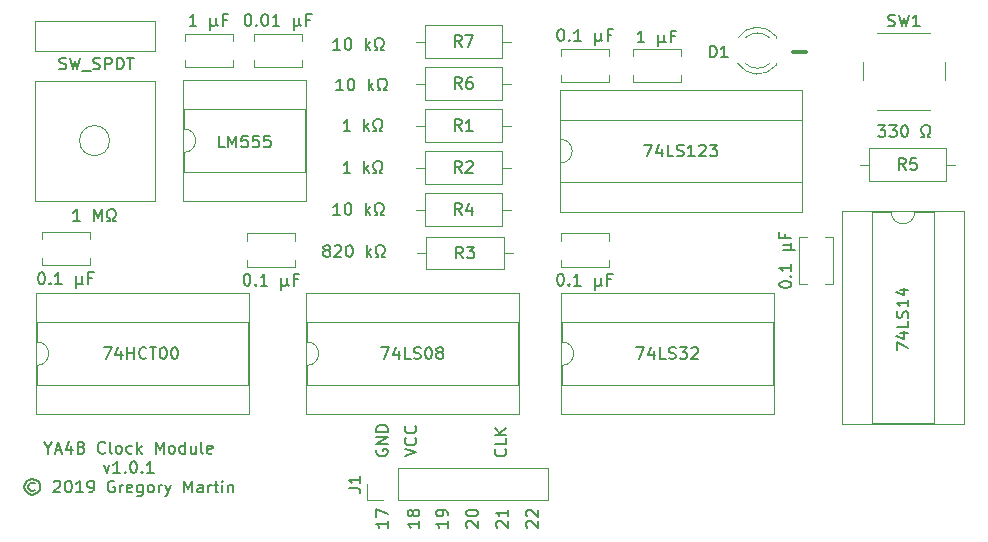
<source format=gbr>
G04 #@! TF.GenerationSoftware,KiCad,Pcbnew,(5.1.4-0-10_14)*
G04 #@! TF.CreationDate,2019-12-21T14:54:42-08:00*
G04 #@! TF.ProjectId,slow-clock,736c6f77-2d63-46c6-9f63-6b2e6b696361,rev?*
G04 #@! TF.SameCoordinates,Original*
G04 #@! TF.FileFunction,Legend,Top*
G04 #@! TF.FilePolarity,Positive*
%FSLAX46Y46*%
G04 Gerber Fmt 4.6, Leading zero omitted, Abs format (unit mm)*
G04 Created by KiCad (PCBNEW (5.1.4-0-10_14)) date 2019-12-21 14:54:42*
%MOMM*%
%LPD*%
G04 APERTURE LIST*
%ADD10C,0.150000*%
%ADD11C,0.300000*%
%ADD12C,0.120000*%
G04 APERTURE END LIST*
D10*
X66270142Y-63968238D02*
X66317761Y-64015857D01*
X66365380Y-64158714D01*
X66365380Y-64253952D01*
X66317761Y-64396809D01*
X66222523Y-64492047D01*
X66127285Y-64539666D01*
X65936809Y-64587285D01*
X65793952Y-64587285D01*
X65603476Y-64539666D01*
X65508238Y-64492047D01*
X65413000Y-64396809D01*
X65365380Y-64253952D01*
X65365380Y-64158714D01*
X65413000Y-64015857D01*
X65460619Y-63968238D01*
X66365380Y-63063476D02*
X66365380Y-63539666D01*
X65365380Y-63539666D01*
X66365380Y-62730142D02*
X65365380Y-62730142D01*
X66365380Y-62158714D02*
X65793952Y-62587285D01*
X65365380Y-62158714D02*
X65936809Y-62730142D01*
X57745380Y-64579333D02*
X58745380Y-64246000D01*
X57745380Y-63912666D01*
X58650142Y-63007904D02*
X58697761Y-63055523D01*
X58745380Y-63198380D01*
X58745380Y-63293619D01*
X58697761Y-63436476D01*
X58602523Y-63531714D01*
X58507285Y-63579333D01*
X58316809Y-63626952D01*
X58173952Y-63626952D01*
X57983476Y-63579333D01*
X57888238Y-63531714D01*
X57793000Y-63436476D01*
X57745380Y-63293619D01*
X57745380Y-63198380D01*
X57793000Y-63055523D01*
X57840619Y-63007904D01*
X58650142Y-62007904D02*
X58697761Y-62055523D01*
X58745380Y-62198380D01*
X58745380Y-62293619D01*
X58697761Y-62436476D01*
X58602523Y-62531714D01*
X58507285Y-62579333D01*
X58316809Y-62626952D01*
X58173952Y-62626952D01*
X57983476Y-62579333D01*
X57888238Y-62531714D01*
X57793000Y-62436476D01*
X57745380Y-62293619D01*
X57745380Y-62198380D01*
X57793000Y-62055523D01*
X57840619Y-62007904D01*
X68127619Y-70611904D02*
X68080000Y-70564285D01*
X68032380Y-70469047D01*
X68032380Y-70230952D01*
X68080000Y-70135714D01*
X68127619Y-70088095D01*
X68222857Y-70040476D01*
X68318095Y-70040476D01*
X68460952Y-70088095D01*
X69032380Y-70659523D01*
X69032380Y-70040476D01*
X68127619Y-69659523D02*
X68080000Y-69611904D01*
X68032380Y-69516666D01*
X68032380Y-69278571D01*
X68080000Y-69183333D01*
X68127619Y-69135714D01*
X68222857Y-69088095D01*
X68318095Y-69088095D01*
X68460952Y-69135714D01*
X69032380Y-69707142D01*
X69032380Y-69088095D01*
X65587619Y-70611904D02*
X65540000Y-70564285D01*
X65492380Y-70469047D01*
X65492380Y-70230952D01*
X65540000Y-70135714D01*
X65587619Y-70088095D01*
X65682857Y-70040476D01*
X65778095Y-70040476D01*
X65920952Y-70088095D01*
X66492380Y-70659523D01*
X66492380Y-70040476D01*
X66492380Y-69088095D02*
X66492380Y-69659523D01*
X66492380Y-69373809D02*
X65492380Y-69373809D01*
X65635238Y-69469047D01*
X65730476Y-69564285D01*
X65778095Y-69659523D01*
X63047619Y-70611904D02*
X63000000Y-70564285D01*
X62952380Y-70469047D01*
X62952380Y-70230952D01*
X63000000Y-70135714D01*
X63047619Y-70088095D01*
X63142857Y-70040476D01*
X63238095Y-70040476D01*
X63380952Y-70088095D01*
X63952380Y-70659523D01*
X63952380Y-70040476D01*
X62952380Y-69421428D02*
X62952380Y-69326190D01*
X63000000Y-69230952D01*
X63047619Y-69183333D01*
X63142857Y-69135714D01*
X63333333Y-69088095D01*
X63571428Y-69088095D01*
X63761904Y-69135714D01*
X63857142Y-69183333D01*
X63904761Y-69230952D01*
X63952380Y-69326190D01*
X63952380Y-69421428D01*
X63904761Y-69516666D01*
X63857142Y-69564285D01*
X63761904Y-69611904D01*
X63571428Y-69659523D01*
X63333333Y-69659523D01*
X63142857Y-69611904D01*
X63047619Y-69564285D01*
X63000000Y-69516666D01*
X62952380Y-69421428D01*
X61412380Y-70040476D02*
X61412380Y-70611904D01*
X61412380Y-70326190D02*
X60412380Y-70326190D01*
X60555238Y-70421428D01*
X60650476Y-70516666D01*
X60698095Y-70611904D01*
X61412380Y-69564285D02*
X61412380Y-69373809D01*
X61364761Y-69278571D01*
X61317142Y-69230952D01*
X61174285Y-69135714D01*
X60983809Y-69088095D01*
X60602857Y-69088095D01*
X60507619Y-69135714D01*
X60460000Y-69183333D01*
X60412380Y-69278571D01*
X60412380Y-69469047D01*
X60460000Y-69564285D01*
X60507619Y-69611904D01*
X60602857Y-69659523D01*
X60840952Y-69659523D01*
X60936190Y-69611904D01*
X60983809Y-69564285D01*
X61031428Y-69469047D01*
X61031428Y-69278571D01*
X60983809Y-69183333D01*
X60936190Y-69135714D01*
X60840952Y-69088095D01*
X58999380Y-70040476D02*
X58999380Y-70611904D01*
X58999380Y-70326190D02*
X57999380Y-70326190D01*
X58142238Y-70421428D01*
X58237476Y-70516666D01*
X58285095Y-70611904D01*
X58427952Y-69469047D02*
X58380333Y-69564285D01*
X58332714Y-69611904D01*
X58237476Y-69659523D01*
X58189857Y-69659523D01*
X58094619Y-69611904D01*
X58047000Y-69564285D01*
X57999380Y-69469047D01*
X57999380Y-69278571D01*
X58047000Y-69183333D01*
X58094619Y-69135714D01*
X58189857Y-69088095D01*
X58237476Y-69088095D01*
X58332714Y-69135714D01*
X58380333Y-69183333D01*
X58427952Y-69278571D01*
X58427952Y-69469047D01*
X58475571Y-69564285D01*
X58523190Y-69611904D01*
X58618428Y-69659523D01*
X58808904Y-69659523D01*
X58904142Y-69611904D01*
X58951761Y-69564285D01*
X58999380Y-69469047D01*
X58999380Y-69278571D01*
X58951761Y-69183333D01*
X58904142Y-69135714D01*
X58808904Y-69088095D01*
X58618428Y-69088095D01*
X58523190Y-69135714D01*
X58475571Y-69183333D01*
X58427952Y-69278571D01*
X56332380Y-70040476D02*
X56332380Y-70611904D01*
X56332380Y-70326190D02*
X55332380Y-70326190D01*
X55475238Y-70421428D01*
X55570476Y-70516666D01*
X55618095Y-70611904D01*
X55332380Y-69707142D02*
X55332380Y-69040476D01*
X56332380Y-69469047D01*
X55380000Y-64007904D02*
X55332380Y-64103142D01*
X55332380Y-64246000D01*
X55380000Y-64388857D01*
X55475238Y-64484095D01*
X55570476Y-64531714D01*
X55760952Y-64579333D01*
X55903809Y-64579333D01*
X56094285Y-64531714D01*
X56189523Y-64484095D01*
X56284761Y-64388857D01*
X56332380Y-64246000D01*
X56332380Y-64150761D01*
X56284761Y-64007904D01*
X56237142Y-63960285D01*
X55903809Y-63960285D01*
X55903809Y-64150761D01*
X56332380Y-63531714D02*
X55332380Y-63531714D01*
X56332380Y-62960285D01*
X55332380Y-62960285D01*
X56332380Y-62484095D02*
X55332380Y-62484095D01*
X55332380Y-62246000D01*
X55380000Y-62103142D01*
X55475238Y-62007904D01*
X55570476Y-61960285D01*
X55760952Y-61912666D01*
X55903809Y-61912666D01*
X56094285Y-61960285D01*
X56189523Y-62007904D01*
X56284761Y-62103142D01*
X56332380Y-62246000D01*
X56332380Y-62484095D01*
X27583666Y-63858190D02*
X27583666Y-64334380D01*
X27250333Y-63334380D02*
X27583666Y-63858190D01*
X27917000Y-63334380D01*
X28202714Y-64048666D02*
X28678904Y-64048666D01*
X28107476Y-64334380D02*
X28440809Y-63334380D01*
X28774142Y-64334380D01*
X29536047Y-63667714D02*
X29536047Y-64334380D01*
X29297952Y-63286761D02*
X29059857Y-64001047D01*
X29678904Y-64001047D01*
X30393190Y-63810571D02*
X30536047Y-63858190D01*
X30583666Y-63905809D01*
X30631285Y-64001047D01*
X30631285Y-64143904D01*
X30583666Y-64239142D01*
X30536047Y-64286761D01*
X30440809Y-64334380D01*
X30059857Y-64334380D01*
X30059857Y-63334380D01*
X30393190Y-63334380D01*
X30488428Y-63382000D01*
X30536047Y-63429619D01*
X30583666Y-63524857D01*
X30583666Y-63620095D01*
X30536047Y-63715333D01*
X30488428Y-63762952D01*
X30393190Y-63810571D01*
X30059857Y-63810571D01*
X32393190Y-64239142D02*
X32345571Y-64286761D01*
X32202714Y-64334380D01*
X32107476Y-64334380D01*
X31964619Y-64286761D01*
X31869380Y-64191523D01*
X31821761Y-64096285D01*
X31774142Y-63905809D01*
X31774142Y-63762952D01*
X31821761Y-63572476D01*
X31869380Y-63477238D01*
X31964619Y-63382000D01*
X32107476Y-63334380D01*
X32202714Y-63334380D01*
X32345571Y-63382000D01*
X32393190Y-63429619D01*
X32964619Y-64334380D02*
X32869380Y-64286761D01*
X32821761Y-64191523D01*
X32821761Y-63334380D01*
X33488428Y-64334380D02*
X33393190Y-64286761D01*
X33345571Y-64239142D01*
X33297952Y-64143904D01*
X33297952Y-63858190D01*
X33345571Y-63762952D01*
X33393190Y-63715333D01*
X33488428Y-63667714D01*
X33631285Y-63667714D01*
X33726523Y-63715333D01*
X33774142Y-63762952D01*
X33821761Y-63858190D01*
X33821761Y-64143904D01*
X33774142Y-64239142D01*
X33726523Y-64286761D01*
X33631285Y-64334380D01*
X33488428Y-64334380D01*
X34678904Y-64286761D02*
X34583666Y-64334380D01*
X34393190Y-64334380D01*
X34297952Y-64286761D01*
X34250333Y-64239142D01*
X34202714Y-64143904D01*
X34202714Y-63858190D01*
X34250333Y-63762952D01*
X34297952Y-63715333D01*
X34393190Y-63667714D01*
X34583666Y-63667714D01*
X34678904Y-63715333D01*
X35107476Y-64334380D02*
X35107476Y-63334380D01*
X35202714Y-63953428D02*
X35488428Y-64334380D01*
X35488428Y-63667714D02*
X35107476Y-64048666D01*
X36678904Y-64334380D02*
X36678904Y-63334380D01*
X37012238Y-64048666D01*
X37345571Y-63334380D01*
X37345571Y-64334380D01*
X37964619Y-64334380D02*
X37869380Y-64286761D01*
X37821761Y-64239142D01*
X37774142Y-64143904D01*
X37774142Y-63858190D01*
X37821761Y-63762952D01*
X37869380Y-63715333D01*
X37964619Y-63667714D01*
X38107476Y-63667714D01*
X38202714Y-63715333D01*
X38250333Y-63762952D01*
X38297952Y-63858190D01*
X38297952Y-64143904D01*
X38250333Y-64239142D01*
X38202714Y-64286761D01*
X38107476Y-64334380D01*
X37964619Y-64334380D01*
X39155095Y-64334380D02*
X39155095Y-63334380D01*
X39155095Y-64286761D02*
X39059857Y-64334380D01*
X38869380Y-64334380D01*
X38774142Y-64286761D01*
X38726523Y-64239142D01*
X38678904Y-64143904D01*
X38678904Y-63858190D01*
X38726523Y-63762952D01*
X38774142Y-63715333D01*
X38869380Y-63667714D01*
X39059857Y-63667714D01*
X39155095Y-63715333D01*
X40059857Y-63667714D02*
X40059857Y-64334380D01*
X39631285Y-63667714D02*
X39631285Y-64191523D01*
X39678904Y-64286761D01*
X39774142Y-64334380D01*
X39917000Y-64334380D01*
X40012238Y-64286761D01*
X40059857Y-64239142D01*
X40678904Y-64334380D02*
X40583666Y-64286761D01*
X40536047Y-64191523D01*
X40536047Y-63334380D01*
X41440809Y-64286761D02*
X41345571Y-64334380D01*
X41155095Y-64334380D01*
X41059857Y-64286761D01*
X41012238Y-64191523D01*
X41012238Y-63810571D01*
X41059857Y-63715333D01*
X41155095Y-63667714D01*
X41345571Y-63667714D01*
X41440809Y-63715333D01*
X41488428Y-63810571D01*
X41488428Y-63905809D01*
X41012238Y-64001047D01*
X32274142Y-65317714D02*
X32512238Y-65984380D01*
X32750333Y-65317714D01*
X33655095Y-65984380D02*
X33083666Y-65984380D01*
X33369380Y-65984380D02*
X33369380Y-64984380D01*
X33274142Y-65127238D01*
X33178904Y-65222476D01*
X33083666Y-65270095D01*
X34083666Y-65889142D02*
X34131285Y-65936761D01*
X34083666Y-65984380D01*
X34036047Y-65936761D01*
X34083666Y-65889142D01*
X34083666Y-65984380D01*
X34750333Y-64984380D02*
X34845571Y-64984380D01*
X34940809Y-65032000D01*
X34988428Y-65079619D01*
X35036047Y-65174857D01*
X35083666Y-65365333D01*
X35083666Y-65603428D01*
X35036047Y-65793904D01*
X34988428Y-65889142D01*
X34940809Y-65936761D01*
X34845571Y-65984380D01*
X34750333Y-65984380D01*
X34655095Y-65936761D01*
X34607476Y-65889142D01*
X34559857Y-65793904D01*
X34512238Y-65603428D01*
X34512238Y-65365333D01*
X34559857Y-65174857D01*
X34607476Y-65079619D01*
X34655095Y-65032000D01*
X34750333Y-64984380D01*
X35512238Y-65889142D02*
X35559857Y-65936761D01*
X35512238Y-65984380D01*
X35464619Y-65936761D01*
X35512238Y-65889142D01*
X35512238Y-65984380D01*
X36512238Y-65984380D02*
X35940809Y-65984380D01*
X36226523Y-65984380D02*
X36226523Y-64984380D01*
X36131285Y-65127238D01*
X36036047Y-65222476D01*
X35940809Y-65270095D01*
X26417000Y-66872476D02*
X26321761Y-66824857D01*
X26131285Y-66824857D01*
X26036047Y-66872476D01*
X25940809Y-66967714D01*
X25893190Y-67062952D01*
X25893190Y-67253428D01*
X25940809Y-67348666D01*
X26036047Y-67443904D01*
X26131285Y-67491523D01*
X26321761Y-67491523D01*
X26417000Y-67443904D01*
X26226523Y-66491523D02*
X25988428Y-66539142D01*
X25750333Y-66682000D01*
X25607476Y-66920095D01*
X25559857Y-67158190D01*
X25607476Y-67396285D01*
X25750333Y-67634380D01*
X25988428Y-67777238D01*
X26226523Y-67824857D01*
X26464619Y-67777238D01*
X26702714Y-67634380D01*
X26845571Y-67396285D01*
X26893190Y-67158190D01*
X26845571Y-66920095D01*
X26702714Y-66682000D01*
X26464619Y-66539142D01*
X26226523Y-66491523D01*
X28036047Y-66729619D02*
X28083666Y-66682000D01*
X28178904Y-66634380D01*
X28417000Y-66634380D01*
X28512238Y-66682000D01*
X28559857Y-66729619D01*
X28607476Y-66824857D01*
X28607476Y-66920095D01*
X28559857Y-67062952D01*
X27988428Y-67634380D01*
X28607476Y-67634380D01*
X29226523Y-66634380D02*
X29321761Y-66634380D01*
X29417000Y-66682000D01*
X29464619Y-66729619D01*
X29512238Y-66824857D01*
X29559857Y-67015333D01*
X29559857Y-67253428D01*
X29512238Y-67443904D01*
X29464619Y-67539142D01*
X29417000Y-67586761D01*
X29321761Y-67634380D01*
X29226523Y-67634380D01*
X29131285Y-67586761D01*
X29083666Y-67539142D01*
X29036047Y-67443904D01*
X28988428Y-67253428D01*
X28988428Y-67015333D01*
X29036047Y-66824857D01*
X29083666Y-66729619D01*
X29131285Y-66682000D01*
X29226523Y-66634380D01*
X30512238Y-67634380D02*
X29940809Y-67634380D01*
X30226523Y-67634380D02*
X30226523Y-66634380D01*
X30131285Y-66777238D01*
X30036047Y-66872476D01*
X29940809Y-66920095D01*
X30988428Y-67634380D02*
X31178904Y-67634380D01*
X31274142Y-67586761D01*
X31321761Y-67539142D01*
X31417000Y-67396285D01*
X31464619Y-67205809D01*
X31464619Y-66824857D01*
X31417000Y-66729619D01*
X31369380Y-66682000D01*
X31274142Y-66634380D01*
X31083666Y-66634380D01*
X30988428Y-66682000D01*
X30940809Y-66729619D01*
X30893190Y-66824857D01*
X30893190Y-67062952D01*
X30940809Y-67158190D01*
X30988428Y-67205809D01*
X31083666Y-67253428D01*
X31274142Y-67253428D01*
X31369380Y-67205809D01*
X31417000Y-67158190D01*
X31464619Y-67062952D01*
X33178904Y-66682000D02*
X33083666Y-66634380D01*
X32940809Y-66634380D01*
X32797952Y-66682000D01*
X32702714Y-66777238D01*
X32655095Y-66872476D01*
X32607476Y-67062952D01*
X32607476Y-67205809D01*
X32655095Y-67396285D01*
X32702714Y-67491523D01*
X32797952Y-67586761D01*
X32940809Y-67634380D01*
X33036047Y-67634380D01*
X33178904Y-67586761D01*
X33226523Y-67539142D01*
X33226523Y-67205809D01*
X33036047Y-67205809D01*
X33655095Y-67634380D02*
X33655095Y-66967714D01*
X33655095Y-67158190D02*
X33702714Y-67062952D01*
X33750333Y-67015333D01*
X33845571Y-66967714D01*
X33940809Y-66967714D01*
X34655095Y-67586761D02*
X34559857Y-67634380D01*
X34369380Y-67634380D01*
X34274142Y-67586761D01*
X34226523Y-67491523D01*
X34226523Y-67110571D01*
X34274142Y-67015333D01*
X34369380Y-66967714D01*
X34559857Y-66967714D01*
X34655095Y-67015333D01*
X34702714Y-67110571D01*
X34702714Y-67205809D01*
X34226523Y-67301047D01*
X35559857Y-66967714D02*
X35559857Y-67777238D01*
X35512238Y-67872476D01*
X35464619Y-67920095D01*
X35369380Y-67967714D01*
X35226523Y-67967714D01*
X35131285Y-67920095D01*
X35559857Y-67586761D02*
X35464619Y-67634380D01*
X35274142Y-67634380D01*
X35178904Y-67586761D01*
X35131285Y-67539142D01*
X35083666Y-67443904D01*
X35083666Y-67158190D01*
X35131285Y-67062952D01*
X35178904Y-67015333D01*
X35274142Y-66967714D01*
X35464619Y-66967714D01*
X35559857Y-67015333D01*
X36178904Y-67634380D02*
X36083666Y-67586761D01*
X36036047Y-67539142D01*
X35988428Y-67443904D01*
X35988428Y-67158190D01*
X36036047Y-67062952D01*
X36083666Y-67015333D01*
X36178904Y-66967714D01*
X36321761Y-66967714D01*
X36417000Y-67015333D01*
X36464619Y-67062952D01*
X36512238Y-67158190D01*
X36512238Y-67443904D01*
X36464619Y-67539142D01*
X36417000Y-67586761D01*
X36321761Y-67634380D01*
X36178904Y-67634380D01*
X36940809Y-67634380D02*
X36940809Y-66967714D01*
X36940809Y-67158190D02*
X36988428Y-67062952D01*
X37036047Y-67015333D01*
X37131285Y-66967714D01*
X37226523Y-66967714D01*
X37464619Y-66967714D02*
X37702714Y-67634380D01*
X37940809Y-66967714D02*
X37702714Y-67634380D01*
X37607476Y-67872476D01*
X37559857Y-67920095D01*
X37464619Y-67967714D01*
X39083666Y-67634380D02*
X39083666Y-66634380D01*
X39417000Y-67348666D01*
X39750333Y-66634380D01*
X39750333Y-67634380D01*
X40655095Y-67634380D02*
X40655095Y-67110571D01*
X40607476Y-67015333D01*
X40512238Y-66967714D01*
X40321761Y-66967714D01*
X40226523Y-67015333D01*
X40655095Y-67586761D02*
X40559857Y-67634380D01*
X40321761Y-67634380D01*
X40226523Y-67586761D01*
X40178904Y-67491523D01*
X40178904Y-67396285D01*
X40226523Y-67301047D01*
X40321761Y-67253428D01*
X40559857Y-67253428D01*
X40655095Y-67205809D01*
X41131285Y-67634380D02*
X41131285Y-66967714D01*
X41131285Y-67158190D02*
X41178904Y-67062952D01*
X41226523Y-67015333D01*
X41321761Y-66967714D01*
X41417000Y-66967714D01*
X41607476Y-66967714D02*
X41988428Y-66967714D01*
X41750333Y-66634380D02*
X41750333Y-67491523D01*
X41797952Y-67586761D01*
X41893190Y-67634380D01*
X41988428Y-67634380D01*
X42321761Y-67634380D02*
X42321761Y-66967714D01*
X42321761Y-66634380D02*
X42274142Y-66682000D01*
X42321761Y-66729619D01*
X42369380Y-66682000D01*
X42321761Y-66634380D01*
X42321761Y-66729619D01*
X42797952Y-66967714D02*
X42797952Y-67634380D01*
X42797952Y-67062952D02*
X42845571Y-67015333D01*
X42940809Y-66967714D01*
X43083666Y-66967714D01*
X43178904Y-67015333D01*
X43226523Y-67110571D01*
X43226523Y-67634380D01*
D11*
X90614571Y-30333142D02*
X91757428Y-30333142D01*
D12*
X32766000Y-37846000D02*
G75*
G03X32766000Y-37846000I-1270000J0D01*
G01*
X26416000Y-32766000D02*
X26416000Y-42926000D01*
X36576000Y-32766000D02*
X26416000Y-32766000D01*
X36576000Y-42926000D02*
X36576000Y-32766000D01*
X26416000Y-42926000D02*
X36576000Y-42926000D01*
X26416000Y-30226000D02*
X26416000Y-27686000D01*
X36576000Y-30226000D02*
X26416000Y-30226000D01*
X36576000Y-27686000D02*
X36576000Y-30226000D01*
X26416000Y-27686000D02*
X36576000Y-27686000D01*
X58698000Y-29464000D02*
X59468000Y-29464000D01*
X66778000Y-29464000D02*
X66008000Y-29464000D01*
X59468000Y-30834000D02*
X66008000Y-30834000D01*
X59468000Y-28094000D02*
X59468000Y-30834000D01*
X66008000Y-28094000D02*
X59468000Y-28094000D01*
X66008000Y-30834000D02*
X66008000Y-28094000D01*
X58698000Y-33020000D02*
X59468000Y-33020000D01*
X66778000Y-33020000D02*
X66008000Y-33020000D01*
X59468000Y-34390000D02*
X66008000Y-34390000D01*
X59468000Y-31650000D02*
X59468000Y-34390000D01*
X66008000Y-31650000D02*
X59468000Y-31650000D01*
X66008000Y-34390000D02*
X66008000Y-31650000D01*
X104370000Y-39878000D02*
X103600000Y-39878000D01*
X96290000Y-39878000D02*
X97060000Y-39878000D01*
X103600000Y-38508000D02*
X97060000Y-38508000D01*
X103600000Y-41248000D02*
X103600000Y-38508000D01*
X97060000Y-41248000D02*
X103600000Y-41248000D01*
X97060000Y-38508000D02*
X97060000Y-41248000D01*
X66778000Y-43688000D02*
X66008000Y-43688000D01*
X58698000Y-43688000D02*
X59468000Y-43688000D01*
X66008000Y-42318000D02*
X59468000Y-42318000D01*
X66008000Y-45058000D02*
X66008000Y-42318000D01*
X59468000Y-45058000D02*
X66008000Y-45058000D01*
X59468000Y-42318000D02*
X59468000Y-45058000D01*
X58825000Y-47371000D02*
X59595000Y-47371000D01*
X66905000Y-47371000D02*
X66135000Y-47371000D01*
X59595000Y-48741000D02*
X66135000Y-48741000D01*
X59595000Y-46001000D02*
X59595000Y-48741000D01*
X66135000Y-46001000D02*
X59595000Y-46001000D01*
X66135000Y-48741000D02*
X66135000Y-46001000D01*
X66778000Y-40132000D02*
X66008000Y-40132000D01*
X58698000Y-40132000D02*
X59468000Y-40132000D01*
X66008000Y-38762000D02*
X59468000Y-38762000D01*
X66008000Y-41502000D02*
X66008000Y-38762000D01*
X59468000Y-41502000D02*
X66008000Y-41502000D01*
X59468000Y-38762000D02*
X59468000Y-41502000D01*
X58698000Y-36576000D02*
X59468000Y-36576000D01*
X66778000Y-36576000D02*
X66008000Y-36576000D01*
X59468000Y-37946000D02*
X66008000Y-37946000D01*
X59468000Y-35206000D02*
X59468000Y-37946000D01*
X66008000Y-35206000D02*
X59468000Y-35206000D01*
X66008000Y-37946000D02*
X66008000Y-35206000D01*
X44990000Y-29431000D02*
X44990000Y-28806000D01*
X44990000Y-31646000D02*
X44990000Y-31021000D01*
X49030000Y-29431000D02*
X49030000Y-28806000D01*
X49030000Y-31646000D02*
X49030000Y-31021000D01*
X49030000Y-28806000D02*
X44990000Y-28806000D01*
X49030000Y-31646000D02*
X44990000Y-31646000D01*
X43188000Y-31646000D02*
X39148000Y-31646000D01*
X43188000Y-28806000D02*
X39148000Y-28806000D01*
X43188000Y-31646000D02*
X43188000Y-31021000D01*
X43188000Y-29431000D02*
X43188000Y-28806000D01*
X39148000Y-31646000D02*
X39148000Y-31021000D01*
X39148000Y-29431000D02*
X39148000Y-28806000D01*
X77081000Y-30076000D02*
X81121000Y-30076000D01*
X77081000Y-32916000D02*
X81121000Y-32916000D01*
X77081000Y-30076000D02*
X77081000Y-30701000D01*
X77081000Y-32291000D02*
X77081000Y-32916000D01*
X81121000Y-30076000D02*
X81121000Y-30701000D01*
X81121000Y-32291000D02*
X81121000Y-32916000D01*
X48482000Y-47912000D02*
X48482000Y-48537000D01*
X48482000Y-45697000D02*
X48482000Y-46322000D01*
X44442000Y-47912000D02*
X44442000Y-48537000D01*
X44442000Y-45697000D02*
X44442000Y-46322000D01*
X44442000Y-48537000D02*
X48482000Y-48537000D01*
X44442000Y-45697000D02*
X48482000Y-45697000D01*
X70985000Y-30076000D02*
X75025000Y-30076000D01*
X70985000Y-32916000D02*
X75025000Y-32916000D01*
X70985000Y-30076000D02*
X70985000Y-30701000D01*
X70985000Y-32291000D02*
X70985000Y-32916000D01*
X75025000Y-30076000D02*
X75025000Y-30701000D01*
X75025000Y-32291000D02*
X75025000Y-32916000D01*
X75025000Y-47912000D02*
X75025000Y-48537000D01*
X75025000Y-45697000D02*
X75025000Y-46322000D01*
X70985000Y-47912000D02*
X70985000Y-48537000D01*
X70985000Y-45697000D02*
X70985000Y-46322000D01*
X70985000Y-48537000D02*
X75025000Y-48537000D01*
X70985000Y-45697000D02*
X75025000Y-45697000D01*
X27043000Y-45570000D02*
X31083000Y-45570000D01*
X27043000Y-48410000D02*
X31083000Y-48410000D01*
X27043000Y-45570000D02*
X27043000Y-46195000D01*
X27043000Y-47785000D02*
X27043000Y-48410000D01*
X31083000Y-45570000D02*
X31083000Y-46195000D01*
X31083000Y-47785000D02*
X31083000Y-48410000D01*
X91788000Y-50006000D02*
X91163000Y-50006000D01*
X94003000Y-50006000D02*
X93378000Y-50006000D01*
X91788000Y-45966000D02*
X91163000Y-45966000D01*
X94003000Y-45966000D02*
X93378000Y-45966000D01*
X91163000Y-45966000D02*
X91163000Y-50006000D01*
X94003000Y-45966000D02*
X94003000Y-50006000D01*
X85957665Y-31304608D02*
G75*
G03X89190000Y-31461516I1672335J1078608D01*
G01*
X85957665Y-29147392D02*
G75*
G02X89190000Y-28990484I1672335J-1078608D01*
G01*
X86588870Y-31305837D02*
G75*
G03X88670961Y-31306000I1041130J1079837D01*
G01*
X86588870Y-29146163D02*
G75*
G02X88670961Y-29146000I1041130J-1079837D01*
G01*
X89190000Y-31462000D02*
X89190000Y-31306000D01*
X89190000Y-29146000D02*
X89190000Y-28990000D01*
X69910000Y-68259000D02*
X69910000Y-65599000D01*
X57150000Y-68259000D02*
X69910000Y-68259000D01*
X57150000Y-65599000D02*
X69910000Y-65599000D01*
X57150000Y-68259000D02*
X57150000Y-65599000D01*
X55880000Y-68259000D02*
X54550000Y-68259000D01*
X54550000Y-68259000D02*
X54550000Y-66929000D01*
X97774000Y-35218000D02*
X102274000Y-35218000D01*
X96524000Y-31218000D02*
X96524000Y-32718000D01*
X102274000Y-28718000D02*
X97774000Y-28718000D01*
X103524000Y-32718000D02*
X103524000Y-31218000D01*
X39056000Y-36846000D02*
G75*
G02X39056000Y-38846000I0J-1000000D01*
G01*
X39056000Y-38846000D02*
X39056000Y-40496000D01*
X39056000Y-40496000D02*
X49336000Y-40496000D01*
X49336000Y-40496000D02*
X49336000Y-35196000D01*
X49336000Y-35196000D02*
X39056000Y-35196000D01*
X39056000Y-35196000D02*
X39056000Y-36846000D01*
X38996000Y-42986000D02*
X49396000Y-42986000D01*
X49396000Y-42986000D02*
X49396000Y-32706000D01*
X49396000Y-32706000D02*
X38996000Y-32706000D01*
X38996000Y-32706000D02*
X38996000Y-42986000D01*
X100949000Y-43882000D02*
G75*
G02X98949000Y-43882000I-1000000J0D01*
G01*
X98949000Y-43882000D02*
X97299000Y-43882000D01*
X97299000Y-43882000D02*
X97299000Y-61782000D01*
X97299000Y-61782000D02*
X102599000Y-61782000D01*
X102599000Y-61782000D02*
X102599000Y-43882000D01*
X102599000Y-43882000D02*
X100949000Y-43882000D01*
X94809000Y-43822000D02*
X94809000Y-61842000D01*
X94809000Y-61842000D02*
X105089000Y-61842000D01*
X105089000Y-61842000D02*
X105089000Y-43822000D01*
X105089000Y-43822000D02*
X94809000Y-43822000D01*
X49410000Y-50740000D02*
X49410000Y-61020000D01*
X67430000Y-50740000D02*
X49410000Y-50740000D01*
X67430000Y-61020000D02*
X67430000Y-50740000D01*
X49410000Y-61020000D02*
X67430000Y-61020000D01*
X49470000Y-53230000D02*
X49470000Y-54880000D01*
X67370000Y-53230000D02*
X49470000Y-53230000D01*
X67370000Y-58530000D02*
X67370000Y-53230000D01*
X49470000Y-58530000D02*
X67370000Y-58530000D01*
X49470000Y-56880000D02*
X49470000Y-58530000D01*
X49470000Y-54880000D02*
G75*
G02X49470000Y-56880000I0J-1000000D01*
G01*
X70933000Y-37735000D02*
G75*
G02X70933000Y-39735000I0J-1000000D01*
G01*
X70933000Y-39735000D02*
X70933000Y-41385000D01*
X70933000Y-41385000D02*
X91373000Y-41385000D01*
X91373000Y-41385000D02*
X91373000Y-36085000D01*
X91373000Y-36085000D02*
X70933000Y-36085000D01*
X70933000Y-36085000D02*
X70933000Y-37735000D01*
X70873000Y-43875000D02*
X91433000Y-43875000D01*
X91433000Y-43875000D02*
X91433000Y-33595000D01*
X91433000Y-33595000D02*
X70873000Y-33595000D01*
X70873000Y-33595000D02*
X70873000Y-43875000D01*
X26610000Y-54880000D02*
G75*
G02X26610000Y-56880000I0J-1000000D01*
G01*
X26610000Y-56880000D02*
X26610000Y-58530000D01*
X26610000Y-58530000D02*
X44510000Y-58530000D01*
X44510000Y-58530000D02*
X44510000Y-53230000D01*
X44510000Y-53230000D02*
X26610000Y-53230000D01*
X26610000Y-53230000D02*
X26610000Y-54880000D01*
X26550000Y-61020000D02*
X44570000Y-61020000D01*
X44570000Y-61020000D02*
X44570000Y-50740000D01*
X44570000Y-50740000D02*
X26550000Y-50740000D01*
X26550000Y-50740000D02*
X26550000Y-61020000D01*
X71000000Y-50740000D02*
X71000000Y-61020000D01*
X89020000Y-50740000D02*
X71000000Y-50740000D01*
X89020000Y-61020000D02*
X89020000Y-50740000D01*
X71000000Y-61020000D02*
X89020000Y-61020000D01*
X71060000Y-53230000D02*
X71060000Y-54880000D01*
X88960000Y-53230000D02*
X71060000Y-53230000D01*
X88960000Y-58530000D02*
X88960000Y-53230000D01*
X71060000Y-58530000D02*
X88960000Y-58530000D01*
X71060000Y-56880000D02*
X71060000Y-58530000D01*
X71060000Y-54880000D02*
G75*
G02X71060000Y-56880000I0J-1000000D01*
G01*
D10*
X30257904Y-44648380D02*
X29686476Y-44648380D01*
X29972190Y-44648380D02*
X29972190Y-43648380D01*
X29876952Y-43791238D01*
X29781714Y-43886476D01*
X29686476Y-43934095D01*
X31448380Y-44648380D02*
X31448380Y-43648380D01*
X31781714Y-44362666D01*
X32115047Y-43648380D01*
X32115047Y-44648380D01*
X32543619Y-44648380D02*
X32781714Y-44648380D01*
X32781714Y-44457904D01*
X32686476Y-44410285D01*
X32591238Y-44315047D01*
X32543619Y-44172190D01*
X32543619Y-43934095D01*
X32591238Y-43791238D01*
X32686476Y-43696000D01*
X32829333Y-43648380D01*
X33019809Y-43648380D01*
X33162666Y-43696000D01*
X33257904Y-43791238D01*
X33305523Y-43934095D01*
X33305523Y-44172190D01*
X33257904Y-44315047D01*
X33162666Y-44410285D01*
X33067428Y-44457904D01*
X33067428Y-44648380D01*
X33305523Y-44648380D01*
X28527761Y-31773761D02*
X28670619Y-31821380D01*
X28908714Y-31821380D01*
X29003952Y-31773761D01*
X29051571Y-31726142D01*
X29099190Y-31630904D01*
X29099190Y-31535666D01*
X29051571Y-31440428D01*
X29003952Y-31392809D01*
X28908714Y-31345190D01*
X28718238Y-31297571D01*
X28623000Y-31249952D01*
X28575380Y-31202333D01*
X28527761Y-31107095D01*
X28527761Y-31011857D01*
X28575380Y-30916619D01*
X28623000Y-30869000D01*
X28718238Y-30821380D01*
X28956333Y-30821380D01*
X29099190Y-30869000D01*
X29432523Y-30821380D02*
X29670619Y-31821380D01*
X29861095Y-31107095D01*
X30051571Y-31821380D01*
X30289666Y-30821380D01*
X30432523Y-31916619D02*
X31194428Y-31916619D01*
X31384904Y-31773761D02*
X31527761Y-31821380D01*
X31765857Y-31821380D01*
X31861095Y-31773761D01*
X31908714Y-31726142D01*
X31956333Y-31630904D01*
X31956333Y-31535666D01*
X31908714Y-31440428D01*
X31861095Y-31392809D01*
X31765857Y-31345190D01*
X31575380Y-31297571D01*
X31480142Y-31249952D01*
X31432523Y-31202333D01*
X31384904Y-31107095D01*
X31384904Y-31011857D01*
X31432523Y-30916619D01*
X31480142Y-30869000D01*
X31575380Y-30821380D01*
X31813476Y-30821380D01*
X31956333Y-30869000D01*
X32384904Y-31821380D02*
X32384904Y-30821380D01*
X32765857Y-30821380D01*
X32861095Y-30869000D01*
X32908714Y-30916619D01*
X32956333Y-31011857D01*
X32956333Y-31154714D01*
X32908714Y-31249952D01*
X32861095Y-31297571D01*
X32765857Y-31345190D01*
X32384904Y-31345190D01*
X33384904Y-31821380D02*
X33384904Y-30821380D01*
X33623000Y-30821380D01*
X33765857Y-30869000D01*
X33861095Y-30964238D01*
X33908714Y-31059476D01*
X33956333Y-31249952D01*
X33956333Y-31392809D01*
X33908714Y-31583285D01*
X33861095Y-31678523D01*
X33765857Y-31773761D01*
X33623000Y-31821380D01*
X33384904Y-31821380D01*
X34242047Y-30821380D02*
X34813476Y-30821380D01*
X34527761Y-31821380D02*
X34527761Y-30821380D01*
X52300380Y-30170380D02*
X51728952Y-30170380D01*
X52014666Y-30170380D02*
X52014666Y-29170380D01*
X51919428Y-29313238D01*
X51824190Y-29408476D01*
X51728952Y-29456095D01*
X52919428Y-29170380D02*
X53014666Y-29170380D01*
X53109904Y-29218000D01*
X53157523Y-29265619D01*
X53205142Y-29360857D01*
X53252761Y-29551333D01*
X53252761Y-29789428D01*
X53205142Y-29979904D01*
X53157523Y-30075142D01*
X53109904Y-30122761D01*
X53014666Y-30170380D01*
X52919428Y-30170380D01*
X52824190Y-30122761D01*
X52776571Y-30075142D01*
X52728952Y-29979904D01*
X52681333Y-29789428D01*
X52681333Y-29551333D01*
X52728952Y-29360857D01*
X52776571Y-29265619D01*
X52824190Y-29218000D01*
X52919428Y-29170380D01*
X54443238Y-30170380D02*
X54443238Y-29170380D01*
X54538476Y-29789428D02*
X54824190Y-30170380D01*
X54824190Y-29503714D02*
X54443238Y-29884666D01*
X55205142Y-30170380D02*
X55443238Y-30170380D01*
X55443238Y-29979904D01*
X55348000Y-29932285D01*
X55252761Y-29837047D01*
X55205142Y-29694190D01*
X55205142Y-29456095D01*
X55252761Y-29313238D01*
X55348000Y-29218000D01*
X55490857Y-29170380D01*
X55681333Y-29170380D01*
X55824190Y-29218000D01*
X55919428Y-29313238D01*
X55967047Y-29456095D01*
X55967047Y-29694190D01*
X55919428Y-29837047D01*
X55824190Y-29932285D01*
X55728952Y-29979904D01*
X55728952Y-30170380D01*
X55967047Y-30170380D01*
X62571333Y-29916380D02*
X62238000Y-29440190D01*
X61999904Y-29916380D02*
X61999904Y-28916380D01*
X62380857Y-28916380D01*
X62476095Y-28964000D01*
X62523714Y-29011619D01*
X62571333Y-29106857D01*
X62571333Y-29249714D01*
X62523714Y-29344952D01*
X62476095Y-29392571D01*
X62380857Y-29440190D01*
X61999904Y-29440190D01*
X62904666Y-28916380D02*
X63571333Y-28916380D01*
X63142761Y-29916380D01*
X52554380Y-33599380D02*
X51982952Y-33599380D01*
X52268666Y-33599380D02*
X52268666Y-32599380D01*
X52173428Y-32742238D01*
X52078190Y-32837476D01*
X51982952Y-32885095D01*
X53173428Y-32599380D02*
X53268666Y-32599380D01*
X53363904Y-32647000D01*
X53411523Y-32694619D01*
X53459142Y-32789857D01*
X53506761Y-32980333D01*
X53506761Y-33218428D01*
X53459142Y-33408904D01*
X53411523Y-33504142D01*
X53363904Y-33551761D01*
X53268666Y-33599380D01*
X53173428Y-33599380D01*
X53078190Y-33551761D01*
X53030571Y-33504142D01*
X52982952Y-33408904D01*
X52935333Y-33218428D01*
X52935333Y-32980333D01*
X52982952Y-32789857D01*
X53030571Y-32694619D01*
X53078190Y-32647000D01*
X53173428Y-32599380D01*
X54697238Y-33599380D02*
X54697238Y-32599380D01*
X54792476Y-33218428D02*
X55078190Y-33599380D01*
X55078190Y-32932714D02*
X54697238Y-33313666D01*
X55459142Y-33599380D02*
X55697238Y-33599380D01*
X55697238Y-33408904D01*
X55602000Y-33361285D01*
X55506761Y-33266047D01*
X55459142Y-33123190D01*
X55459142Y-32885095D01*
X55506761Y-32742238D01*
X55602000Y-32647000D01*
X55744857Y-32599380D01*
X55935333Y-32599380D01*
X56078190Y-32647000D01*
X56173428Y-32742238D01*
X56221047Y-32885095D01*
X56221047Y-33123190D01*
X56173428Y-33266047D01*
X56078190Y-33361285D01*
X55982952Y-33408904D01*
X55982952Y-33599380D01*
X56221047Y-33599380D01*
X62571333Y-33472380D02*
X62238000Y-32996190D01*
X61999904Y-33472380D02*
X61999904Y-32472380D01*
X62380857Y-32472380D01*
X62476095Y-32520000D01*
X62523714Y-32567619D01*
X62571333Y-32662857D01*
X62571333Y-32805714D01*
X62523714Y-32900952D01*
X62476095Y-32948571D01*
X62380857Y-32996190D01*
X61999904Y-32996190D01*
X63428476Y-32472380D02*
X63238000Y-32472380D01*
X63142761Y-32520000D01*
X63095142Y-32567619D01*
X62999904Y-32710476D01*
X62952285Y-32900952D01*
X62952285Y-33281904D01*
X62999904Y-33377142D01*
X63047523Y-33424761D01*
X63142761Y-33472380D01*
X63333238Y-33472380D01*
X63428476Y-33424761D01*
X63476095Y-33377142D01*
X63523714Y-33281904D01*
X63523714Y-33043809D01*
X63476095Y-32948571D01*
X63428476Y-32900952D01*
X63333238Y-32853333D01*
X63142761Y-32853333D01*
X63047523Y-32900952D01*
X62999904Y-32948571D01*
X62952285Y-33043809D01*
X97837904Y-36536380D02*
X98456952Y-36536380D01*
X98123619Y-36917333D01*
X98266476Y-36917333D01*
X98361714Y-36964952D01*
X98409333Y-37012571D01*
X98456952Y-37107809D01*
X98456952Y-37345904D01*
X98409333Y-37441142D01*
X98361714Y-37488761D01*
X98266476Y-37536380D01*
X97980761Y-37536380D01*
X97885523Y-37488761D01*
X97837904Y-37441142D01*
X98790285Y-36536380D02*
X99409333Y-36536380D01*
X99076000Y-36917333D01*
X99218857Y-36917333D01*
X99314095Y-36964952D01*
X99361714Y-37012571D01*
X99409333Y-37107809D01*
X99409333Y-37345904D01*
X99361714Y-37441142D01*
X99314095Y-37488761D01*
X99218857Y-37536380D01*
X98933142Y-37536380D01*
X98837904Y-37488761D01*
X98790285Y-37441142D01*
X100028380Y-36536380D02*
X100123619Y-36536380D01*
X100218857Y-36584000D01*
X100266476Y-36631619D01*
X100314095Y-36726857D01*
X100361714Y-36917333D01*
X100361714Y-37155428D01*
X100314095Y-37345904D01*
X100266476Y-37441142D01*
X100218857Y-37488761D01*
X100123619Y-37536380D01*
X100028380Y-37536380D01*
X99933142Y-37488761D01*
X99885523Y-37441142D01*
X99837904Y-37345904D01*
X99790285Y-37155428D01*
X99790285Y-36917333D01*
X99837904Y-36726857D01*
X99885523Y-36631619D01*
X99933142Y-36584000D01*
X100028380Y-36536380D01*
X101504571Y-37536380D02*
X101742666Y-37536380D01*
X101742666Y-37345904D01*
X101647428Y-37298285D01*
X101552190Y-37203047D01*
X101504571Y-37060190D01*
X101504571Y-36822095D01*
X101552190Y-36679238D01*
X101647428Y-36584000D01*
X101790285Y-36536380D01*
X101980761Y-36536380D01*
X102123619Y-36584000D01*
X102218857Y-36679238D01*
X102266476Y-36822095D01*
X102266476Y-37060190D01*
X102218857Y-37203047D01*
X102123619Y-37298285D01*
X102028380Y-37345904D01*
X102028380Y-37536380D01*
X102266476Y-37536380D01*
X100163333Y-40330380D02*
X99830000Y-39854190D01*
X99591904Y-40330380D02*
X99591904Y-39330380D01*
X99972857Y-39330380D01*
X100068095Y-39378000D01*
X100115714Y-39425619D01*
X100163333Y-39520857D01*
X100163333Y-39663714D01*
X100115714Y-39758952D01*
X100068095Y-39806571D01*
X99972857Y-39854190D01*
X99591904Y-39854190D01*
X101068095Y-39330380D02*
X100591904Y-39330380D01*
X100544285Y-39806571D01*
X100591904Y-39758952D01*
X100687142Y-39711333D01*
X100925238Y-39711333D01*
X101020476Y-39758952D01*
X101068095Y-39806571D01*
X101115714Y-39901809D01*
X101115714Y-40139904D01*
X101068095Y-40235142D01*
X101020476Y-40282761D01*
X100925238Y-40330380D01*
X100687142Y-40330380D01*
X100591904Y-40282761D01*
X100544285Y-40235142D01*
X52300380Y-44140380D02*
X51728952Y-44140380D01*
X52014666Y-44140380D02*
X52014666Y-43140380D01*
X51919428Y-43283238D01*
X51824190Y-43378476D01*
X51728952Y-43426095D01*
X52919428Y-43140380D02*
X53014666Y-43140380D01*
X53109904Y-43188000D01*
X53157523Y-43235619D01*
X53205142Y-43330857D01*
X53252761Y-43521333D01*
X53252761Y-43759428D01*
X53205142Y-43949904D01*
X53157523Y-44045142D01*
X53109904Y-44092761D01*
X53014666Y-44140380D01*
X52919428Y-44140380D01*
X52824190Y-44092761D01*
X52776571Y-44045142D01*
X52728952Y-43949904D01*
X52681333Y-43759428D01*
X52681333Y-43521333D01*
X52728952Y-43330857D01*
X52776571Y-43235619D01*
X52824190Y-43188000D01*
X52919428Y-43140380D01*
X54443238Y-44140380D02*
X54443238Y-43140380D01*
X54538476Y-43759428D02*
X54824190Y-44140380D01*
X54824190Y-43473714D02*
X54443238Y-43854666D01*
X55205142Y-44140380D02*
X55443238Y-44140380D01*
X55443238Y-43949904D01*
X55348000Y-43902285D01*
X55252761Y-43807047D01*
X55205142Y-43664190D01*
X55205142Y-43426095D01*
X55252761Y-43283238D01*
X55348000Y-43188000D01*
X55490857Y-43140380D01*
X55681333Y-43140380D01*
X55824190Y-43188000D01*
X55919428Y-43283238D01*
X55967047Y-43426095D01*
X55967047Y-43664190D01*
X55919428Y-43807047D01*
X55824190Y-43902285D01*
X55728952Y-43949904D01*
X55728952Y-44140380D01*
X55967047Y-44140380D01*
X62571333Y-44140380D02*
X62238000Y-43664190D01*
X61999904Y-44140380D02*
X61999904Y-43140380D01*
X62380857Y-43140380D01*
X62476095Y-43188000D01*
X62523714Y-43235619D01*
X62571333Y-43330857D01*
X62571333Y-43473714D01*
X62523714Y-43568952D01*
X62476095Y-43616571D01*
X62380857Y-43664190D01*
X61999904Y-43664190D01*
X63428476Y-43473714D02*
X63428476Y-44140380D01*
X63190380Y-43092761D02*
X62952285Y-43807047D01*
X63571333Y-43807047D01*
X51062238Y-47124952D02*
X50967000Y-47077333D01*
X50919380Y-47029714D01*
X50871761Y-46934476D01*
X50871761Y-46886857D01*
X50919380Y-46791619D01*
X50967000Y-46744000D01*
X51062238Y-46696380D01*
X51252714Y-46696380D01*
X51347952Y-46744000D01*
X51395571Y-46791619D01*
X51443190Y-46886857D01*
X51443190Y-46934476D01*
X51395571Y-47029714D01*
X51347952Y-47077333D01*
X51252714Y-47124952D01*
X51062238Y-47124952D01*
X50967000Y-47172571D01*
X50919380Y-47220190D01*
X50871761Y-47315428D01*
X50871761Y-47505904D01*
X50919380Y-47601142D01*
X50967000Y-47648761D01*
X51062238Y-47696380D01*
X51252714Y-47696380D01*
X51347952Y-47648761D01*
X51395571Y-47601142D01*
X51443190Y-47505904D01*
X51443190Y-47315428D01*
X51395571Y-47220190D01*
X51347952Y-47172571D01*
X51252714Y-47124952D01*
X51824142Y-46791619D02*
X51871761Y-46744000D01*
X51967000Y-46696380D01*
X52205095Y-46696380D01*
X52300333Y-46744000D01*
X52347952Y-46791619D01*
X52395571Y-46886857D01*
X52395571Y-46982095D01*
X52347952Y-47124952D01*
X51776523Y-47696380D01*
X52395571Y-47696380D01*
X53014619Y-46696380D02*
X53109857Y-46696380D01*
X53205095Y-46744000D01*
X53252714Y-46791619D01*
X53300333Y-46886857D01*
X53347952Y-47077333D01*
X53347952Y-47315428D01*
X53300333Y-47505904D01*
X53252714Y-47601142D01*
X53205095Y-47648761D01*
X53109857Y-47696380D01*
X53014619Y-47696380D01*
X52919380Y-47648761D01*
X52871761Y-47601142D01*
X52824142Y-47505904D01*
X52776523Y-47315428D01*
X52776523Y-47077333D01*
X52824142Y-46886857D01*
X52871761Y-46791619D01*
X52919380Y-46744000D01*
X53014619Y-46696380D01*
X54538428Y-47696380D02*
X54538428Y-46696380D01*
X54633666Y-47315428D02*
X54919380Y-47696380D01*
X54919380Y-47029714D02*
X54538428Y-47410666D01*
X55300333Y-47696380D02*
X55538428Y-47696380D01*
X55538428Y-47505904D01*
X55443190Y-47458285D01*
X55347952Y-47363047D01*
X55300333Y-47220190D01*
X55300333Y-46982095D01*
X55347952Y-46839238D01*
X55443190Y-46744000D01*
X55586047Y-46696380D01*
X55776523Y-46696380D01*
X55919380Y-46744000D01*
X56014619Y-46839238D01*
X56062238Y-46982095D01*
X56062238Y-47220190D01*
X56014619Y-47363047D01*
X55919380Y-47458285D01*
X55824142Y-47505904D01*
X55824142Y-47696380D01*
X56062238Y-47696380D01*
X62698333Y-47823380D02*
X62365000Y-47347190D01*
X62126904Y-47823380D02*
X62126904Y-46823380D01*
X62507857Y-46823380D01*
X62603095Y-46871000D01*
X62650714Y-46918619D01*
X62698333Y-47013857D01*
X62698333Y-47156714D01*
X62650714Y-47251952D01*
X62603095Y-47299571D01*
X62507857Y-47347190D01*
X62126904Y-47347190D01*
X63031666Y-46823380D02*
X63650714Y-46823380D01*
X63317380Y-47204333D01*
X63460238Y-47204333D01*
X63555476Y-47251952D01*
X63603095Y-47299571D01*
X63650714Y-47394809D01*
X63650714Y-47632904D01*
X63603095Y-47728142D01*
X63555476Y-47775761D01*
X63460238Y-47823380D01*
X63174523Y-47823380D01*
X63079285Y-47775761D01*
X63031666Y-47728142D01*
X53157571Y-40584380D02*
X52586142Y-40584380D01*
X52871857Y-40584380D02*
X52871857Y-39584380D01*
X52776619Y-39727238D01*
X52681380Y-39822476D01*
X52586142Y-39870095D01*
X54348047Y-40584380D02*
X54348047Y-39584380D01*
X54443285Y-40203428D02*
X54729000Y-40584380D01*
X54729000Y-39917714D02*
X54348047Y-40298666D01*
X55109952Y-40584380D02*
X55348047Y-40584380D01*
X55348047Y-40393904D01*
X55252809Y-40346285D01*
X55157571Y-40251047D01*
X55109952Y-40108190D01*
X55109952Y-39870095D01*
X55157571Y-39727238D01*
X55252809Y-39632000D01*
X55395666Y-39584380D01*
X55586142Y-39584380D01*
X55729000Y-39632000D01*
X55824238Y-39727238D01*
X55871857Y-39870095D01*
X55871857Y-40108190D01*
X55824238Y-40251047D01*
X55729000Y-40346285D01*
X55633761Y-40393904D01*
X55633761Y-40584380D01*
X55871857Y-40584380D01*
X62571333Y-40584380D02*
X62238000Y-40108190D01*
X61999904Y-40584380D02*
X61999904Y-39584380D01*
X62380857Y-39584380D01*
X62476095Y-39632000D01*
X62523714Y-39679619D01*
X62571333Y-39774857D01*
X62571333Y-39917714D01*
X62523714Y-40012952D01*
X62476095Y-40060571D01*
X62380857Y-40108190D01*
X61999904Y-40108190D01*
X62952285Y-39679619D02*
X62999904Y-39632000D01*
X63095142Y-39584380D01*
X63333238Y-39584380D01*
X63428476Y-39632000D01*
X63476095Y-39679619D01*
X63523714Y-39774857D01*
X63523714Y-39870095D01*
X63476095Y-40012952D01*
X62904666Y-40584380D01*
X63523714Y-40584380D01*
X53157571Y-37028380D02*
X52586142Y-37028380D01*
X52871857Y-37028380D02*
X52871857Y-36028380D01*
X52776619Y-36171238D01*
X52681380Y-36266476D01*
X52586142Y-36314095D01*
X54348047Y-37028380D02*
X54348047Y-36028380D01*
X54443285Y-36647428D02*
X54729000Y-37028380D01*
X54729000Y-36361714D02*
X54348047Y-36742666D01*
X55109952Y-37028380D02*
X55348047Y-37028380D01*
X55348047Y-36837904D01*
X55252809Y-36790285D01*
X55157571Y-36695047D01*
X55109952Y-36552190D01*
X55109952Y-36314095D01*
X55157571Y-36171238D01*
X55252809Y-36076000D01*
X55395666Y-36028380D01*
X55586142Y-36028380D01*
X55729000Y-36076000D01*
X55824238Y-36171238D01*
X55871857Y-36314095D01*
X55871857Y-36552190D01*
X55824238Y-36695047D01*
X55729000Y-36790285D01*
X55633761Y-36837904D01*
X55633761Y-37028380D01*
X55871857Y-37028380D01*
X62571333Y-37028380D02*
X62238000Y-36552190D01*
X61999904Y-37028380D02*
X61999904Y-36028380D01*
X62380857Y-36028380D01*
X62476095Y-36076000D01*
X62523714Y-36123619D01*
X62571333Y-36218857D01*
X62571333Y-36361714D01*
X62523714Y-36456952D01*
X62476095Y-36504571D01*
X62380857Y-36552190D01*
X61999904Y-36552190D01*
X63523714Y-37028380D02*
X62952285Y-37028380D01*
X63238000Y-37028380D02*
X63238000Y-36028380D01*
X63142761Y-36171238D01*
X63047523Y-36266476D01*
X62952285Y-36314095D01*
X44438571Y-27128380D02*
X44533809Y-27128380D01*
X44629047Y-27176000D01*
X44676666Y-27223619D01*
X44724285Y-27318857D01*
X44771904Y-27509333D01*
X44771904Y-27747428D01*
X44724285Y-27937904D01*
X44676666Y-28033142D01*
X44629047Y-28080761D01*
X44533809Y-28128380D01*
X44438571Y-28128380D01*
X44343333Y-28080761D01*
X44295714Y-28033142D01*
X44248095Y-27937904D01*
X44200476Y-27747428D01*
X44200476Y-27509333D01*
X44248095Y-27318857D01*
X44295714Y-27223619D01*
X44343333Y-27176000D01*
X44438571Y-27128380D01*
X45200476Y-28033142D02*
X45248095Y-28080761D01*
X45200476Y-28128380D01*
X45152857Y-28080761D01*
X45200476Y-28033142D01*
X45200476Y-28128380D01*
X45867142Y-27128380D02*
X45962380Y-27128380D01*
X46057619Y-27176000D01*
X46105238Y-27223619D01*
X46152857Y-27318857D01*
X46200476Y-27509333D01*
X46200476Y-27747428D01*
X46152857Y-27937904D01*
X46105238Y-28033142D01*
X46057619Y-28080761D01*
X45962380Y-28128380D01*
X45867142Y-28128380D01*
X45771904Y-28080761D01*
X45724285Y-28033142D01*
X45676666Y-27937904D01*
X45629047Y-27747428D01*
X45629047Y-27509333D01*
X45676666Y-27318857D01*
X45724285Y-27223619D01*
X45771904Y-27176000D01*
X45867142Y-27128380D01*
X47152857Y-28128380D02*
X46581428Y-28128380D01*
X46867142Y-28128380D02*
X46867142Y-27128380D01*
X46771904Y-27271238D01*
X46676666Y-27366476D01*
X46581428Y-27414095D01*
X48343333Y-27461714D02*
X48343333Y-28461714D01*
X48819523Y-27985523D02*
X48867142Y-28080761D01*
X48962380Y-28128380D01*
X48343333Y-27985523D02*
X48390952Y-28080761D01*
X48486190Y-28128380D01*
X48676666Y-28128380D01*
X48771904Y-28080761D01*
X48819523Y-27985523D01*
X48819523Y-27461714D01*
X49724285Y-27604571D02*
X49390952Y-27604571D01*
X49390952Y-28128380D02*
X49390952Y-27128380D01*
X49867142Y-27128380D01*
X40120380Y-28128380D02*
X39548952Y-28128380D01*
X39834666Y-28128380D02*
X39834666Y-27128380D01*
X39739428Y-27271238D01*
X39644190Y-27366476D01*
X39548952Y-27414095D01*
X41310857Y-27461714D02*
X41310857Y-28461714D01*
X41787047Y-27985523D02*
X41834666Y-28080761D01*
X41929904Y-28128380D01*
X41310857Y-27985523D02*
X41358476Y-28080761D01*
X41453714Y-28128380D01*
X41644190Y-28128380D01*
X41739428Y-28080761D01*
X41787047Y-27985523D01*
X41787047Y-27461714D01*
X42691809Y-27604571D02*
X42358476Y-27604571D01*
X42358476Y-28128380D02*
X42358476Y-27128380D01*
X42834666Y-27128380D01*
X78053380Y-29535380D02*
X77481952Y-29535380D01*
X77767666Y-29535380D02*
X77767666Y-28535380D01*
X77672428Y-28678238D01*
X77577190Y-28773476D01*
X77481952Y-28821095D01*
X79243857Y-28868714D02*
X79243857Y-29868714D01*
X79720047Y-29392523D02*
X79767666Y-29487761D01*
X79862904Y-29535380D01*
X79243857Y-29392523D02*
X79291476Y-29487761D01*
X79386714Y-29535380D01*
X79577190Y-29535380D01*
X79672428Y-29487761D01*
X79720047Y-29392523D01*
X79720047Y-28868714D01*
X80624809Y-29011571D02*
X80291476Y-29011571D01*
X80291476Y-29535380D02*
X80291476Y-28535380D01*
X80767666Y-28535380D01*
X44366761Y-49119380D02*
X44462000Y-49119380D01*
X44557238Y-49167000D01*
X44604857Y-49214619D01*
X44652476Y-49309857D01*
X44700095Y-49500333D01*
X44700095Y-49738428D01*
X44652476Y-49928904D01*
X44604857Y-50024142D01*
X44557238Y-50071761D01*
X44462000Y-50119380D01*
X44366761Y-50119380D01*
X44271523Y-50071761D01*
X44223904Y-50024142D01*
X44176285Y-49928904D01*
X44128666Y-49738428D01*
X44128666Y-49500333D01*
X44176285Y-49309857D01*
X44223904Y-49214619D01*
X44271523Y-49167000D01*
X44366761Y-49119380D01*
X45128666Y-50024142D02*
X45176285Y-50071761D01*
X45128666Y-50119380D01*
X45081047Y-50071761D01*
X45128666Y-50024142D01*
X45128666Y-50119380D01*
X46128666Y-50119380D02*
X45557238Y-50119380D01*
X45842952Y-50119380D02*
X45842952Y-49119380D01*
X45747714Y-49262238D01*
X45652476Y-49357476D01*
X45557238Y-49405095D01*
X47319142Y-49452714D02*
X47319142Y-50452714D01*
X47795333Y-49976523D02*
X47842952Y-50071761D01*
X47938190Y-50119380D01*
X47319142Y-49976523D02*
X47366761Y-50071761D01*
X47462000Y-50119380D01*
X47652476Y-50119380D01*
X47747714Y-50071761D01*
X47795333Y-49976523D01*
X47795333Y-49452714D01*
X48700095Y-49595571D02*
X48366761Y-49595571D01*
X48366761Y-50119380D02*
X48366761Y-49119380D01*
X48842952Y-49119380D01*
X70929761Y-28408380D02*
X71025000Y-28408380D01*
X71120238Y-28456000D01*
X71167857Y-28503619D01*
X71215476Y-28598857D01*
X71263095Y-28789333D01*
X71263095Y-29027428D01*
X71215476Y-29217904D01*
X71167857Y-29313142D01*
X71120238Y-29360761D01*
X71025000Y-29408380D01*
X70929761Y-29408380D01*
X70834523Y-29360761D01*
X70786904Y-29313142D01*
X70739285Y-29217904D01*
X70691666Y-29027428D01*
X70691666Y-28789333D01*
X70739285Y-28598857D01*
X70786904Y-28503619D01*
X70834523Y-28456000D01*
X70929761Y-28408380D01*
X71691666Y-29313142D02*
X71739285Y-29360761D01*
X71691666Y-29408380D01*
X71644047Y-29360761D01*
X71691666Y-29313142D01*
X71691666Y-29408380D01*
X72691666Y-29408380D02*
X72120238Y-29408380D01*
X72405952Y-29408380D02*
X72405952Y-28408380D01*
X72310714Y-28551238D01*
X72215476Y-28646476D01*
X72120238Y-28694095D01*
X73882142Y-28741714D02*
X73882142Y-29741714D01*
X74358333Y-29265523D02*
X74405952Y-29360761D01*
X74501190Y-29408380D01*
X73882142Y-29265523D02*
X73929761Y-29360761D01*
X74025000Y-29408380D01*
X74215476Y-29408380D01*
X74310714Y-29360761D01*
X74358333Y-29265523D01*
X74358333Y-28741714D01*
X75263095Y-28884571D02*
X74929761Y-28884571D01*
X74929761Y-29408380D02*
X74929761Y-28408380D01*
X75405952Y-28408380D01*
X70909761Y-49119380D02*
X71005000Y-49119380D01*
X71100238Y-49167000D01*
X71147857Y-49214619D01*
X71195476Y-49309857D01*
X71243095Y-49500333D01*
X71243095Y-49738428D01*
X71195476Y-49928904D01*
X71147857Y-50024142D01*
X71100238Y-50071761D01*
X71005000Y-50119380D01*
X70909761Y-50119380D01*
X70814523Y-50071761D01*
X70766904Y-50024142D01*
X70719285Y-49928904D01*
X70671666Y-49738428D01*
X70671666Y-49500333D01*
X70719285Y-49309857D01*
X70766904Y-49214619D01*
X70814523Y-49167000D01*
X70909761Y-49119380D01*
X71671666Y-50024142D02*
X71719285Y-50071761D01*
X71671666Y-50119380D01*
X71624047Y-50071761D01*
X71671666Y-50024142D01*
X71671666Y-50119380D01*
X72671666Y-50119380D02*
X72100238Y-50119380D01*
X72385952Y-50119380D02*
X72385952Y-49119380D01*
X72290714Y-49262238D01*
X72195476Y-49357476D01*
X72100238Y-49405095D01*
X73862142Y-49452714D02*
X73862142Y-50452714D01*
X74338333Y-49976523D02*
X74385952Y-50071761D01*
X74481190Y-50119380D01*
X73862142Y-49976523D02*
X73909761Y-50071761D01*
X74005000Y-50119380D01*
X74195476Y-50119380D01*
X74290714Y-50071761D01*
X74338333Y-49976523D01*
X74338333Y-49452714D01*
X75243095Y-49595571D02*
X74909761Y-49595571D01*
X74909761Y-50119380D02*
X74909761Y-49119380D01*
X75385952Y-49119380D01*
X26967761Y-48992380D02*
X27063000Y-48992380D01*
X27158238Y-49040000D01*
X27205857Y-49087619D01*
X27253476Y-49182857D01*
X27301095Y-49373333D01*
X27301095Y-49611428D01*
X27253476Y-49801904D01*
X27205857Y-49897142D01*
X27158238Y-49944761D01*
X27063000Y-49992380D01*
X26967761Y-49992380D01*
X26872523Y-49944761D01*
X26824904Y-49897142D01*
X26777285Y-49801904D01*
X26729666Y-49611428D01*
X26729666Y-49373333D01*
X26777285Y-49182857D01*
X26824904Y-49087619D01*
X26872523Y-49040000D01*
X26967761Y-48992380D01*
X27729666Y-49897142D02*
X27777285Y-49944761D01*
X27729666Y-49992380D01*
X27682047Y-49944761D01*
X27729666Y-49897142D01*
X27729666Y-49992380D01*
X28729666Y-49992380D02*
X28158238Y-49992380D01*
X28443952Y-49992380D02*
X28443952Y-48992380D01*
X28348714Y-49135238D01*
X28253476Y-49230476D01*
X28158238Y-49278095D01*
X29920142Y-49325714D02*
X29920142Y-50325714D01*
X30396333Y-49849523D02*
X30443952Y-49944761D01*
X30539190Y-49992380D01*
X29920142Y-49849523D02*
X29967761Y-49944761D01*
X30063000Y-49992380D01*
X30253476Y-49992380D01*
X30348714Y-49944761D01*
X30396333Y-49849523D01*
X30396333Y-49325714D01*
X31301095Y-49468571D02*
X30967761Y-49468571D01*
X30967761Y-49992380D02*
X30967761Y-48992380D01*
X31443952Y-48992380D01*
X89485380Y-50081238D02*
X89485380Y-49986000D01*
X89533000Y-49890761D01*
X89580619Y-49843142D01*
X89675857Y-49795523D01*
X89866333Y-49747904D01*
X90104428Y-49747904D01*
X90294904Y-49795523D01*
X90390142Y-49843142D01*
X90437761Y-49890761D01*
X90485380Y-49986000D01*
X90485380Y-50081238D01*
X90437761Y-50176476D01*
X90390142Y-50224095D01*
X90294904Y-50271714D01*
X90104428Y-50319333D01*
X89866333Y-50319333D01*
X89675857Y-50271714D01*
X89580619Y-50224095D01*
X89533000Y-50176476D01*
X89485380Y-50081238D01*
X90390142Y-49319333D02*
X90437761Y-49271714D01*
X90485380Y-49319333D01*
X90437761Y-49366952D01*
X90390142Y-49319333D01*
X90485380Y-49319333D01*
X90485380Y-48319333D02*
X90485380Y-48890761D01*
X90485380Y-48605047D02*
X89485380Y-48605047D01*
X89628238Y-48700285D01*
X89723476Y-48795523D01*
X89771095Y-48890761D01*
X89818714Y-47128857D02*
X90818714Y-47128857D01*
X90342523Y-46652666D02*
X90437761Y-46605047D01*
X90485380Y-46509809D01*
X90342523Y-47128857D02*
X90437761Y-47081238D01*
X90485380Y-46986000D01*
X90485380Y-46795523D01*
X90437761Y-46700285D01*
X90342523Y-46652666D01*
X89818714Y-46652666D01*
X89961571Y-45747904D02*
X89961571Y-46081238D01*
X90485380Y-46081238D02*
X89485380Y-46081238D01*
X89485380Y-45605047D01*
X83589904Y-30805380D02*
X83589904Y-29805380D01*
X83828000Y-29805380D01*
X83970857Y-29853000D01*
X84066095Y-29948238D01*
X84113714Y-30043476D01*
X84161333Y-30233952D01*
X84161333Y-30376809D01*
X84113714Y-30567285D01*
X84066095Y-30662523D01*
X83970857Y-30757761D01*
X83828000Y-30805380D01*
X83589904Y-30805380D01*
X85113714Y-30805380D02*
X84542285Y-30805380D01*
X84828000Y-30805380D02*
X84828000Y-29805380D01*
X84732761Y-29948238D01*
X84637523Y-30043476D01*
X84542285Y-30091095D01*
X53002380Y-67262333D02*
X53716666Y-67262333D01*
X53859523Y-67309952D01*
X53954761Y-67405190D01*
X54002380Y-67548047D01*
X54002380Y-67643285D01*
X54002380Y-66262333D02*
X54002380Y-66833761D01*
X54002380Y-66548047D02*
X53002380Y-66548047D01*
X53145238Y-66643285D01*
X53240476Y-66738523D01*
X53288095Y-66833761D01*
X98690666Y-28122761D02*
X98833523Y-28170380D01*
X99071619Y-28170380D01*
X99166857Y-28122761D01*
X99214476Y-28075142D01*
X99262095Y-27979904D01*
X99262095Y-27884666D01*
X99214476Y-27789428D01*
X99166857Y-27741809D01*
X99071619Y-27694190D01*
X98881142Y-27646571D01*
X98785904Y-27598952D01*
X98738285Y-27551333D01*
X98690666Y-27456095D01*
X98690666Y-27360857D01*
X98738285Y-27265619D01*
X98785904Y-27218000D01*
X98881142Y-27170380D01*
X99119238Y-27170380D01*
X99262095Y-27218000D01*
X99595428Y-27170380D02*
X99833523Y-28170380D01*
X100024000Y-27456095D01*
X100214476Y-28170380D01*
X100452571Y-27170380D01*
X101357333Y-28170380D02*
X100785904Y-28170380D01*
X101071619Y-28170380D02*
X101071619Y-27170380D01*
X100976380Y-27313238D01*
X100881142Y-27408476D01*
X100785904Y-27456095D01*
X42505523Y-38425380D02*
X42029333Y-38425380D01*
X42029333Y-37425380D01*
X42838857Y-38425380D02*
X42838857Y-37425380D01*
X43172190Y-38139666D01*
X43505523Y-37425380D01*
X43505523Y-38425380D01*
X44457904Y-37425380D02*
X43981714Y-37425380D01*
X43934095Y-37901571D01*
X43981714Y-37853952D01*
X44076952Y-37806333D01*
X44315047Y-37806333D01*
X44410285Y-37853952D01*
X44457904Y-37901571D01*
X44505523Y-37996809D01*
X44505523Y-38234904D01*
X44457904Y-38330142D01*
X44410285Y-38377761D01*
X44315047Y-38425380D01*
X44076952Y-38425380D01*
X43981714Y-38377761D01*
X43934095Y-38330142D01*
X45410285Y-37425380D02*
X44934095Y-37425380D01*
X44886476Y-37901571D01*
X44934095Y-37853952D01*
X45029333Y-37806333D01*
X45267428Y-37806333D01*
X45362666Y-37853952D01*
X45410285Y-37901571D01*
X45457904Y-37996809D01*
X45457904Y-38234904D01*
X45410285Y-38330142D01*
X45362666Y-38377761D01*
X45267428Y-38425380D01*
X45029333Y-38425380D01*
X44934095Y-38377761D01*
X44886476Y-38330142D01*
X46362666Y-37425380D02*
X45886476Y-37425380D01*
X45838857Y-37901571D01*
X45886476Y-37853952D01*
X45981714Y-37806333D01*
X46219809Y-37806333D01*
X46315047Y-37853952D01*
X46362666Y-37901571D01*
X46410285Y-37996809D01*
X46410285Y-38234904D01*
X46362666Y-38330142D01*
X46315047Y-38377761D01*
X46219809Y-38425380D01*
X45981714Y-38425380D01*
X45886476Y-38377761D01*
X45838857Y-38330142D01*
X99401380Y-55601857D02*
X99401380Y-54935190D01*
X100401380Y-55363761D01*
X99734714Y-54125666D02*
X100401380Y-54125666D01*
X99353761Y-54363761D02*
X100068047Y-54601857D01*
X100068047Y-53982809D01*
X100401380Y-53125666D02*
X100401380Y-53601857D01*
X99401380Y-53601857D01*
X100353761Y-52839952D02*
X100401380Y-52697095D01*
X100401380Y-52459000D01*
X100353761Y-52363761D01*
X100306142Y-52316142D01*
X100210904Y-52268523D01*
X100115666Y-52268523D01*
X100020428Y-52316142D01*
X99972809Y-52363761D01*
X99925190Y-52459000D01*
X99877571Y-52649476D01*
X99829952Y-52744714D01*
X99782333Y-52792333D01*
X99687095Y-52839952D01*
X99591857Y-52839952D01*
X99496619Y-52792333D01*
X99449000Y-52744714D01*
X99401380Y-52649476D01*
X99401380Y-52411380D01*
X99449000Y-52268523D01*
X100401380Y-51316142D02*
X100401380Y-51887571D01*
X100401380Y-51601857D02*
X99401380Y-51601857D01*
X99544238Y-51697095D01*
X99639476Y-51792333D01*
X99687095Y-51887571D01*
X99734714Y-50459000D02*
X100401380Y-50459000D01*
X99353761Y-50697095D02*
X100068047Y-50935190D01*
X100068047Y-50316142D01*
X55777142Y-55332380D02*
X56443809Y-55332380D01*
X56015238Y-56332380D01*
X57253333Y-55665714D02*
X57253333Y-56332380D01*
X57015238Y-55284761D02*
X56777142Y-55999047D01*
X57396190Y-55999047D01*
X58253333Y-56332380D02*
X57777142Y-56332380D01*
X57777142Y-55332380D01*
X58539047Y-56284761D02*
X58681904Y-56332380D01*
X58920000Y-56332380D01*
X59015238Y-56284761D01*
X59062857Y-56237142D01*
X59110476Y-56141904D01*
X59110476Y-56046666D01*
X59062857Y-55951428D01*
X59015238Y-55903809D01*
X58920000Y-55856190D01*
X58729523Y-55808571D01*
X58634285Y-55760952D01*
X58586666Y-55713333D01*
X58539047Y-55618095D01*
X58539047Y-55522857D01*
X58586666Y-55427619D01*
X58634285Y-55380000D01*
X58729523Y-55332380D01*
X58967619Y-55332380D01*
X59110476Y-55380000D01*
X59729523Y-55332380D02*
X59824761Y-55332380D01*
X59920000Y-55380000D01*
X59967619Y-55427619D01*
X60015238Y-55522857D01*
X60062857Y-55713333D01*
X60062857Y-55951428D01*
X60015238Y-56141904D01*
X59967619Y-56237142D01*
X59920000Y-56284761D01*
X59824761Y-56332380D01*
X59729523Y-56332380D01*
X59634285Y-56284761D01*
X59586666Y-56237142D01*
X59539047Y-56141904D01*
X59491428Y-55951428D01*
X59491428Y-55713333D01*
X59539047Y-55522857D01*
X59586666Y-55427619D01*
X59634285Y-55380000D01*
X59729523Y-55332380D01*
X60634285Y-55760952D02*
X60539047Y-55713333D01*
X60491428Y-55665714D01*
X60443809Y-55570476D01*
X60443809Y-55522857D01*
X60491428Y-55427619D01*
X60539047Y-55380000D01*
X60634285Y-55332380D01*
X60824761Y-55332380D01*
X60920000Y-55380000D01*
X60967619Y-55427619D01*
X61015238Y-55522857D01*
X61015238Y-55570476D01*
X60967619Y-55665714D01*
X60920000Y-55713333D01*
X60824761Y-55760952D01*
X60634285Y-55760952D01*
X60539047Y-55808571D01*
X60491428Y-55856190D01*
X60443809Y-55951428D01*
X60443809Y-56141904D01*
X60491428Y-56237142D01*
X60539047Y-56284761D01*
X60634285Y-56332380D01*
X60824761Y-56332380D01*
X60920000Y-56284761D01*
X60967619Y-56237142D01*
X61015238Y-56141904D01*
X61015238Y-55951428D01*
X60967619Y-55856190D01*
X60920000Y-55808571D01*
X60824761Y-55760952D01*
X78033952Y-38187380D02*
X78700619Y-38187380D01*
X78272047Y-39187380D01*
X79510142Y-38520714D02*
X79510142Y-39187380D01*
X79272047Y-38139761D02*
X79033952Y-38854047D01*
X79653000Y-38854047D01*
X80510142Y-39187380D02*
X80033952Y-39187380D01*
X80033952Y-38187380D01*
X80795857Y-39139761D02*
X80938714Y-39187380D01*
X81176809Y-39187380D01*
X81272047Y-39139761D01*
X81319666Y-39092142D01*
X81367285Y-38996904D01*
X81367285Y-38901666D01*
X81319666Y-38806428D01*
X81272047Y-38758809D01*
X81176809Y-38711190D01*
X80986333Y-38663571D01*
X80891095Y-38615952D01*
X80843476Y-38568333D01*
X80795857Y-38473095D01*
X80795857Y-38377857D01*
X80843476Y-38282619D01*
X80891095Y-38235000D01*
X80986333Y-38187380D01*
X81224428Y-38187380D01*
X81367285Y-38235000D01*
X82319666Y-39187380D02*
X81748238Y-39187380D01*
X82033952Y-39187380D02*
X82033952Y-38187380D01*
X81938714Y-38330238D01*
X81843476Y-38425476D01*
X81748238Y-38473095D01*
X82700619Y-38282619D02*
X82748238Y-38235000D01*
X82843476Y-38187380D01*
X83081571Y-38187380D01*
X83176809Y-38235000D01*
X83224428Y-38282619D01*
X83272047Y-38377857D01*
X83272047Y-38473095D01*
X83224428Y-38615952D01*
X82653000Y-39187380D01*
X83272047Y-39187380D01*
X83605380Y-38187380D02*
X84224428Y-38187380D01*
X83891095Y-38568333D01*
X84033952Y-38568333D01*
X84129190Y-38615952D01*
X84176809Y-38663571D01*
X84224428Y-38758809D01*
X84224428Y-38996904D01*
X84176809Y-39092142D01*
X84129190Y-39139761D01*
X84033952Y-39187380D01*
X83748238Y-39187380D01*
X83653000Y-39139761D01*
X83605380Y-39092142D01*
X32266333Y-55332380D02*
X32933000Y-55332380D01*
X32504428Y-56332380D01*
X33742523Y-55665714D02*
X33742523Y-56332380D01*
X33504428Y-55284761D02*
X33266333Y-55999047D01*
X33885380Y-55999047D01*
X34266333Y-56332380D02*
X34266333Y-55332380D01*
X34266333Y-55808571D02*
X34837761Y-55808571D01*
X34837761Y-56332380D02*
X34837761Y-55332380D01*
X35885380Y-56237142D02*
X35837761Y-56284761D01*
X35694904Y-56332380D01*
X35599666Y-56332380D01*
X35456809Y-56284761D01*
X35361571Y-56189523D01*
X35313952Y-56094285D01*
X35266333Y-55903809D01*
X35266333Y-55760952D01*
X35313952Y-55570476D01*
X35361571Y-55475238D01*
X35456809Y-55380000D01*
X35599666Y-55332380D01*
X35694904Y-55332380D01*
X35837761Y-55380000D01*
X35885380Y-55427619D01*
X36171095Y-55332380D02*
X36742523Y-55332380D01*
X36456809Y-56332380D02*
X36456809Y-55332380D01*
X37266333Y-55332380D02*
X37361571Y-55332380D01*
X37456809Y-55380000D01*
X37504428Y-55427619D01*
X37552047Y-55522857D01*
X37599666Y-55713333D01*
X37599666Y-55951428D01*
X37552047Y-56141904D01*
X37504428Y-56237142D01*
X37456809Y-56284761D01*
X37361571Y-56332380D01*
X37266333Y-56332380D01*
X37171095Y-56284761D01*
X37123476Y-56237142D01*
X37075857Y-56141904D01*
X37028238Y-55951428D01*
X37028238Y-55713333D01*
X37075857Y-55522857D01*
X37123476Y-55427619D01*
X37171095Y-55380000D01*
X37266333Y-55332380D01*
X38218714Y-55332380D02*
X38313952Y-55332380D01*
X38409190Y-55380000D01*
X38456809Y-55427619D01*
X38504428Y-55522857D01*
X38552047Y-55713333D01*
X38552047Y-55951428D01*
X38504428Y-56141904D01*
X38456809Y-56237142D01*
X38409190Y-56284761D01*
X38313952Y-56332380D01*
X38218714Y-56332380D01*
X38123476Y-56284761D01*
X38075857Y-56237142D01*
X38028238Y-56141904D01*
X37980619Y-55951428D01*
X37980619Y-55713333D01*
X38028238Y-55522857D01*
X38075857Y-55427619D01*
X38123476Y-55380000D01*
X38218714Y-55332380D01*
X77367142Y-55332380D02*
X78033809Y-55332380D01*
X77605238Y-56332380D01*
X78843333Y-55665714D02*
X78843333Y-56332380D01*
X78605238Y-55284761D02*
X78367142Y-55999047D01*
X78986190Y-55999047D01*
X79843333Y-56332380D02*
X79367142Y-56332380D01*
X79367142Y-55332380D01*
X80129047Y-56284761D02*
X80271904Y-56332380D01*
X80510000Y-56332380D01*
X80605238Y-56284761D01*
X80652857Y-56237142D01*
X80700476Y-56141904D01*
X80700476Y-56046666D01*
X80652857Y-55951428D01*
X80605238Y-55903809D01*
X80510000Y-55856190D01*
X80319523Y-55808571D01*
X80224285Y-55760952D01*
X80176666Y-55713333D01*
X80129047Y-55618095D01*
X80129047Y-55522857D01*
X80176666Y-55427619D01*
X80224285Y-55380000D01*
X80319523Y-55332380D01*
X80557619Y-55332380D01*
X80700476Y-55380000D01*
X81033809Y-55332380D02*
X81652857Y-55332380D01*
X81319523Y-55713333D01*
X81462380Y-55713333D01*
X81557619Y-55760952D01*
X81605238Y-55808571D01*
X81652857Y-55903809D01*
X81652857Y-56141904D01*
X81605238Y-56237142D01*
X81557619Y-56284761D01*
X81462380Y-56332380D01*
X81176666Y-56332380D01*
X81081428Y-56284761D01*
X81033809Y-56237142D01*
X82033809Y-55427619D02*
X82081428Y-55380000D01*
X82176666Y-55332380D01*
X82414761Y-55332380D01*
X82510000Y-55380000D01*
X82557619Y-55427619D01*
X82605238Y-55522857D01*
X82605238Y-55618095D01*
X82557619Y-55760952D01*
X81986190Y-56332380D01*
X82605238Y-56332380D01*
M02*

</source>
